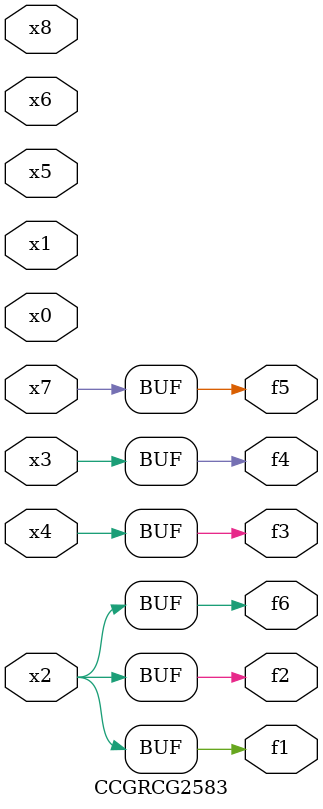
<source format=v>
module CCGRCG2583(
	input x0, x1, x2, x3, x4, x5, x6, x7, x8,
	output f1, f2, f3, f4, f5, f6
);
	assign f1 = x2;
	assign f2 = x2;
	assign f3 = x4;
	assign f4 = x3;
	assign f5 = x7;
	assign f6 = x2;
endmodule

</source>
